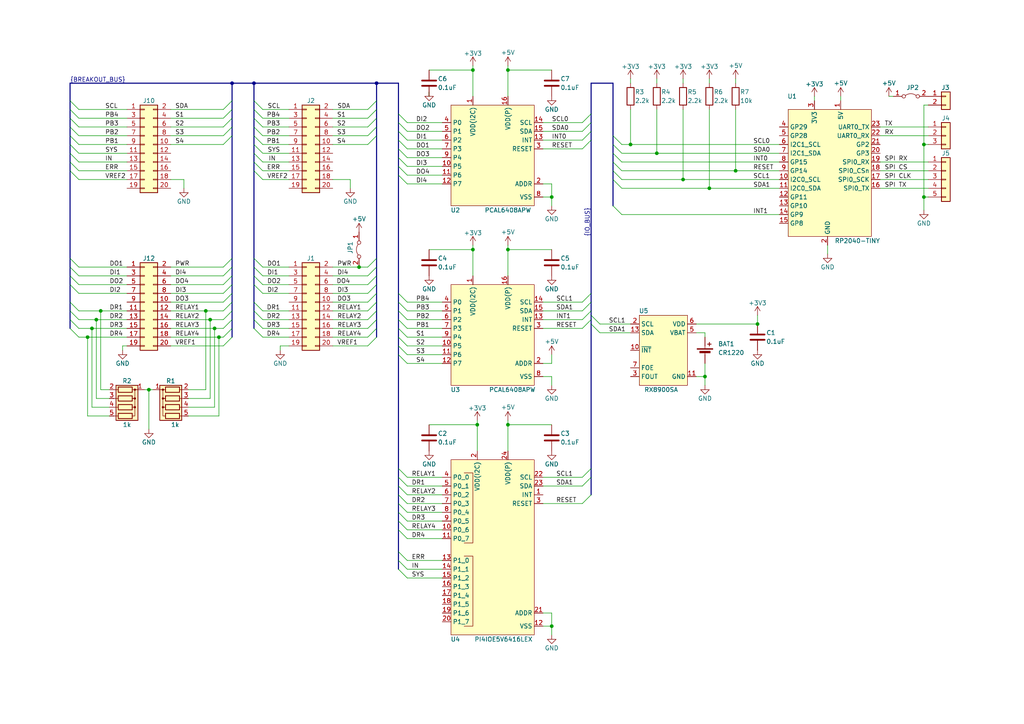
<source format=kicad_sch>
(kicad_sch (version 20230121) (generator eeschema)
  (paper "A4")
  (title_block (title "BREAKOUT BOARD") (rev "0.0"))
  (bus_alias "BREAKOUT_BUS" (members "DI1" "DO1" "DI2" "DO2" "DI3" "DO3" "DI4" "DO4" "RELAY1" "RELAY2" "RELAY3" "RELAY4" "DR1" "DR2" "DR3" "DR4" "PB1" "PB2" "PB3" "PB4" "S1" "S2" "S3" "S4" "SYS" "IN" "ERR" "VREF1" "VREF2" "PWR" "SCL" "SDA"))
  (bus_alias "IO_BUS" (members "SCL0" "SDA0" "INT0" "SCL1" "SDA1" "INT1" "RESET"))
  (junction (at 219.71 93.98))
  (junction (at 60.96 92.71))
  (junction (at 62.23 95.25))
  (junction (at 267.97 41.91))
  (junction (at 160.02 57.15))
  (junction (at 29.21 90.17))
  (junction (at 104.14 77.47))
  (junction (at 27.94 92.71))
  (junction (at 67.31 24.13))
  (junction (at 204.47 109.22))
  (junction (at 182.88 41.91))
  (junction (at 25.4 97.79))
  (junction (at 137.16 20.32))
  (junction (at 213.36 49.53))
  (junction (at 109.22 24.13))
  (junction (at 160.02 181.61))
  (junction (at 137.16 72.39))
  (junction (at 147.32 72.39))
  (junction (at 138.43 123.19))
  (junction (at 63.5 97.79))
  (junction (at 205.74 54.61))
  (junction (at 147.32 20.32))
  (junction (at 59.69 90.17))
  (junction (at 26.67 95.25))
  (junction (at 267.97 57.15))
  (junction (at 73.66 24.13))
  (junction (at 198.12 52.07))
  (junction (at 190.5 44.45))
  (junction (at 147.32 123.19))
  (junction (at 43.18 113.03))
  (bus_entry (at 177.8 46.99) (size 2.54 2.54))
  (bus_entry (at 171.45 33.02) (size -2.54 2.54))
  (bus_entry (at 73.66 92.71) (size 2.54 2.54))
  (bus_entry (at 73.66 31.75) (size 2.54 2.54))
  (bus_entry (at 73.66 95.25) (size 2.54 2.54))
  (bus_entry (at 115.57 162.56) (size 2.54 2.54))
  (bus_entry (at 171.45 38.1) (size -2.54 2.54))
  (bus_entry (at 115.57 151.13) (size 2.54 2.54))
  (bus_entry (at 67.31 97.79) (size -2.54 2.54))
  (bus_entry (at 20.32 49.53) (size 2.54 2.54))
  (bus_entry (at 115.57 85.09) (size 2.54 2.54))
  (bus_entry (at 67.31 77.47) (size -2.54 2.54))
  (bus_entry (at 171.45 143.51) (size -2.54 2.54))
  (bus_entry (at 73.66 29.21) (size 2.54 2.54))
  (bus_entry (at 109.22 82.55) (size -2.54 2.54))
  (bus_entry (at 73.66 80.01) (size 2.54 2.54))
  (bus_entry (at 115.57 40.64) (size 2.54 2.54))
  (bus_entry (at 73.66 49.53) (size 2.54 2.54))
  (bus_entry (at 115.57 143.51) (size 2.54 2.54))
  (bus_entry (at 171.45 135.89) (size -2.54 2.54))
  (bus_entry (at 109.22 39.37) (size -2.54 2.54))
  (bus_entry (at 109.22 74.93) (size -2.54 2.54))
  (bus_entry (at 20.32 39.37) (size 2.54 2.54))
  (bus_entry (at 109.22 90.17) (size -2.54 2.54))
  (bus_entry (at 20.32 44.45) (size 2.54 2.54))
  (bus_entry (at 20.32 80.01) (size 2.54 2.54))
  (bus_entry (at 177.8 44.45) (size 2.54 2.54))
  (bus_entry (at 67.31 34.29) (size -2.54 2.54))
  (bus_entry (at 20.32 95.25) (size 2.54 2.54))
  (bus_entry (at 115.57 43.18) (size 2.54 2.54))
  (bus_entry (at 67.31 92.71) (size -2.54 2.54))
  (bus_entry (at 73.66 74.93) (size 2.54 2.54))
  (bus_entry (at 109.22 34.29) (size -2.54 2.54))
  (bus_entry (at 115.57 45.72) (size 2.54 2.54))
  (bus_entry (at 115.57 160.02) (size 2.54 2.54))
  (bus_entry (at 171.45 93.98) (size 2.54 2.54))
  (bus_entry (at 177.8 49.53) (size 2.54 2.54))
  (bus_entry (at 67.31 95.25) (size -2.54 2.54))
  (bus_entry (at 73.66 39.37) (size 2.54 2.54))
  (bus_entry (at 20.32 77.47) (size 2.54 2.54))
  (bus_entry (at 67.31 74.93) (size -2.54 2.54))
  (bus_entry (at 109.22 95.25) (size -2.54 2.54))
  (bus_entry (at 73.66 34.29) (size 2.54 2.54))
  (bus_entry (at 73.66 41.91) (size 2.54 2.54))
  (bus_entry (at 73.66 77.47) (size 2.54 2.54))
  (bus_entry (at 115.57 90.17) (size 2.54 2.54))
  (bus_entry (at 115.57 148.59) (size 2.54 2.54))
  (bus_entry (at 171.45 85.09) (size -2.54 2.54))
  (bus_entry (at 67.31 39.37) (size -2.54 2.54))
  (bus_entry (at 73.66 90.17) (size 2.54 2.54))
  (bus_entry (at 20.32 41.91) (size 2.54 2.54))
  (bus_entry (at 20.32 82.55) (size 2.54 2.54))
  (bus_entry (at 67.31 29.21) (size -2.54 2.54))
  (bus_entry (at 109.22 92.71) (size -2.54 2.54))
  (bus_entry (at 115.57 48.26) (size 2.54 2.54))
  (bus_entry (at 115.57 35.56) (size 2.54 2.54))
  (bus_entry (at 115.57 146.05) (size 2.54 2.54))
  (bus_entry (at 109.22 80.01) (size -2.54 2.54))
  (bus_entry (at 20.32 31.75) (size 2.54 2.54))
  (bus_entry (at 171.45 35.56) (size -2.54 2.54))
  (bus_entry (at 73.66 87.63) (size 2.54 2.54))
  (bus_entry (at 109.22 97.79) (size -2.54 2.54))
  (bus_entry (at 115.57 165.1) (size 2.54 2.54))
  (bus_entry (at 115.57 33.02) (size 2.54 2.54))
  (bus_entry (at 171.45 40.64) (size -2.54 2.54))
  (bus_entry (at 67.31 80.01) (size -2.54 2.54))
  (bus_entry (at 171.45 90.17) (size -2.54 2.54))
  (bus_entry (at 67.31 87.63) (size -2.54 2.54))
  (bus_entry (at 177.8 59.69) (size 2.54 2.54))
  (bus_entry (at 115.57 87.63) (size 2.54 2.54))
  (bus_entry (at 109.22 87.63) (size -2.54 2.54))
  (bus_entry (at 115.57 100.33) (size 2.54 2.54))
  (bus_entry (at 109.22 77.47) (size -2.54 2.54))
  (bus_entry (at 67.31 31.75) (size -2.54 2.54))
  (bus_entry (at 177.8 39.37) (size 2.54 2.54))
  (bus_entry (at 109.22 36.83) (size -2.54 2.54))
  (bus_entry (at 73.66 46.99) (size 2.54 2.54))
  (bus_entry (at 115.57 102.87) (size 2.54 2.54))
  (bus_entry (at 73.66 82.55) (size 2.54 2.54))
  (bus_entry (at 171.45 138.43) (size -2.54 2.54))
  (bus_entry (at 67.31 90.17) (size -2.54 2.54))
  (bus_entry (at 171.45 91.44) (size 2.54 2.54))
  (bus_entry (at 20.32 90.17) (size 2.54 2.54))
  (bus_entry (at 20.32 36.83) (size 2.54 2.54))
  (bus_entry (at 115.57 97.79) (size 2.54 2.54))
  (bus_entry (at 115.57 92.71) (size 2.54 2.54))
  (bus_entry (at 20.32 29.21) (size 2.54 2.54))
  (bus_entry (at 115.57 135.89) (size 2.54 2.54))
  (bus_entry (at 67.31 85.09) (size -2.54 2.54))
  (bus_entry (at 171.45 92.71) (size -2.54 2.54))
  (bus_entry (at 115.57 138.43) (size 2.54 2.54))
  (bus_entry (at 20.32 46.99) (size 2.54 2.54))
  (bus_entry (at 109.22 31.75) (size -2.54 2.54))
  (bus_entry (at 171.45 87.63) (size -2.54 2.54))
  (bus_entry (at 109.22 85.09) (size -2.54 2.54))
  (bus_entry (at 73.66 36.83) (size 2.54 2.54))
  (bus_entry (at 67.31 36.83) (size -2.54 2.54))
  (bus_entry (at 67.31 82.55) (size -2.54 2.54))
  (bus_entry (at 20.32 87.63) (size 2.54 2.54))
  (bus_entry (at 115.57 38.1) (size 2.54 2.54))
  (bus_entry (at 20.32 74.93) (size 2.54 2.54))
  (bus_entry (at 177.8 41.91) (size 2.54 2.54))
  (bus_entry (at 115.57 50.8) (size 2.54 2.54))
  (bus_entry (at 115.57 95.25) (size 2.54 2.54))
  (bus_entry (at 109.22 29.21) (size -2.54 2.54))
  (bus_entry (at 177.8 52.07) (size 2.54 2.54))
  (bus_entry (at 73.66 44.45) (size 2.54 2.54))
  (bus_entry (at 20.32 34.29) (size 2.54 2.54))
  (bus_entry (at 20.32 92.71) (size 2.54 2.54))
  (bus_entry (at 115.57 140.97) (size 2.54 2.54))
  (bus_entry (at 115.57 153.67) (size 2.54 2.54))
  (wire (pts (xy 22.86 77.47) (xy 36.83 77.47)))
  (bus (pts (xy 20.32 77.47) (xy 20.32 80.01)))
  (bus (pts (xy 115.57 151.13) (xy 115.57 153.67)))
  (wire (pts (xy 219.71 93.98) (xy 219.71 91.44)))
  (wire (pts (xy 60.96 92.71) (xy 60.96 115.57)))
  (wire (pts (xy 49.53 82.55) (xy 64.77 82.55)))
  (wire (pts (xy 118.11 87.63) (xy 128.27 87.63)))
  (bus (pts (xy 20.32 92.71) (xy 20.32 95.25)))
  (wire (pts (xy 255.27 39.37) (xy 269.24 39.37)))
  (bus (pts (xy 67.31 24.13) (xy 67.31 29.21)))
  (bus (pts (xy 171.45 91.44) (xy 171.45 92.71)))
  (bus (pts (xy 109.22 90.17) (xy 109.22 92.71)))
  (wire (pts (xy 22.86 46.99) (xy 36.83 46.99)))
  (wire (pts (xy 118.11 162.56) (xy 128.27 162.56)))
  (bus (pts (xy 67.31 92.71) (xy 67.31 95.25)))
  (bus (pts (xy 171.45 24.13) (xy 171.45 33.02)))
  (wire (pts (xy 76.2 41.91) (xy 83.82 41.91)))
  (bus (pts (xy 73.66 87.63) (xy 73.66 90.17)))
  (wire (pts (xy 76.2 77.47) (xy 83.82 77.47)))
  (wire (pts (xy 22.86 92.71) (xy 27.94 92.71)))
  (bus (pts (xy 20.32 36.83) (xy 20.32 39.37)))
  (wire (pts (xy 118.11 143.51) (xy 128.27 143.51)))
  (bus (pts (xy 20.32 82.55) (xy 20.32 87.63)))
  (bus (pts (xy 171.45 85.09) (xy 171.45 87.63)))
  (wire (pts (xy 118.11 48.26) (xy 128.27 48.26)))
  (bus (pts (xy 73.66 95.25) (xy 73.66 92.71)))
  (wire (pts (xy 190.5 31.75) (xy 190.5 44.45)))
  (bus (pts (xy 115.57 92.71) (xy 115.57 95.25)))
  (bus (pts (xy 171.45 93.98) (xy 171.45 135.89)))
  (bus (pts (xy 115.57 143.51) (xy 115.57 146.05)))
  (bus (pts (xy 171.45 40.64) (xy 171.45 85.09)))
  (bus (pts (xy 115.57 87.63) (xy 115.57 90.17)))
  (wire (pts (xy 96.52 95.25) (xy 106.68 95.25)))
  (wire (pts (xy 83.82 31.75) (xy 76.2 31.75)))
  (bus (pts (xy 20.32 87.63) (xy 20.32 90.17)))
  (wire (pts (xy 180.34 52.07) (xy 198.12 52.07)))
  (bus (pts (xy 171.45 92.71) (xy 171.45 93.98)))
  (wire (pts (xy 180.34 46.99) (xy 226.06 46.99)))
  (wire (pts (xy 49.53 39.37) (xy 64.77 39.37)))
  (wire (pts (xy 22.86 34.29) (xy 36.83 34.29)))
  (wire (pts (xy 96.52 100.33) (xy 106.68 100.33)))
  (wire (pts (xy 22.86 31.75) (xy 36.83 31.75)))
  (bus (pts (xy 67.31 29.21) (xy 67.31 31.75)))
  (bus (pts (xy 115.57 138.43) (xy 115.57 140.97)))
  (wire (pts (xy 157.48 105.41) (xy 160.02 105.41)))
  (wire (pts (xy 118.11 156.21) (xy 128.27 156.21)))
  (bus (pts (xy 171.45 24.13) (xy 177.8 24.13)))
  (bus (pts (xy 67.31 95.25) (xy 67.31 97.79)))
  (wire (pts (xy 101.6 52.07) (xy 101.6 54.61)))
  (wire (pts (xy 49.53 92.71) (xy 60.96 92.71)))
  (wire (pts (xy 27.94 115.57) (xy 31.75 115.57)))
  (bus (pts (xy 67.31 80.01) (xy 67.31 82.55)))
  (wire (pts (xy 180.34 54.61) (xy 205.74 54.61)))
  (bus (pts (xy 115.57 24.13) (xy 115.57 33.02)))
  (wire (pts (xy 83.82 100.33) (xy 81.28 100.33)))
  (wire (pts (xy 118.11 35.56) (xy 128.27 35.56)))
  (wire (pts (xy 96.52 39.37) (xy 106.68 39.37)))
  (wire (pts (xy 22.86 49.53) (xy 36.83 49.53)))
  (wire (pts (xy 118.11 165.1) (xy 128.27 165.1)))
  (bus (pts (xy 171.45 38.1) (xy 171.45 40.64)))
  (bus (pts (xy 115.57 40.64) (xy 115.57 43.18)))
  (bus (pts (xy 177.8 44.45) (xy 177.8 46.99)))
  (bus (pts (xy 115.57 153.67) (xy 115.57 160.02)))
  (bus (pts (xy 73.66 82.55) (xy 73.66 87.63)))
  (wire (pts (xy 96.52 41.91) (xy 106.68 41.91)))
  (wire (pts (xy 49.53 77.47) (xy 64.77 77.47)))
  (bus (pts (xy 20.32 74.93) (xy 20.32 77.47)))
  (wire (pts (xy 182.88 22.86) (xy 182.88 24.13)))
  (bus (pts (xy 20.32 44.45) (xy 20.32 46.99)))
  (wire (pts (xy 267.97 30.48) (xy 269.24 30.48)))
  (wire (pts (xy 49.53 90.17) (xy 59.69 90.17)))
  (bus (pts (xy 73.66 34.29) (xy 73.66 36.83)))
  (bus (pts (xy 20.32 41.91) (xy 20.32 44.45)))
  (wire (pts (xy 27.94 92.71) (xy 36.83 92.71)))
  (bus (pts (xy 177.8 46.99) (xy 177.8 49.53)))
  (bus (pts (xy 115.57 135.89) (xy 115.57 138.43)))
  (bus (pts (xy 109.22 34.29) (xy 109.22 36.83)))
  (wire (pts (xy 104.14 77.47) (xy 106.68 77.47)))
  (wire (pts (xy 22.86 90.17) (xy 29.21 90.17)))
  (wire (pts (xy 35.56 100.33) (xy 35.56 101.6)))
  (wire (pts (xy 76.2 44.45) (xy 83.82 44.45)))
  (wire (pts (xy 76.2 92.71) (xy 83.82 92.71)))
  (wire (pts (xy 204.47 105.41) (xy 204.47 109.22)))
  (bus (pts (xy 115.57 102.87) (xy 115.57 135.89)))
  (wire (pts (xy 204.47 96.52) (xy 204.47 97.79)))
  (wire (pts (xy 96.52 97.79) (xy 106.68 97.79)))
  (wire (pts (xy 76.2 80.01) (xy 83.82 80.01)))
  (wire (pts (xy 201.93 93.98) (xy 219.71 93.98)))
  (wire (pts (xy 60.96 92.71) (xy 64.77 92.71)))
  (bus (pts (xy 73.66 36.83) (xy 73.66 39.37)))
  (wire (pts (xy 157.48 146.05) (xy 168.91 146.05)))
  (wire (pts (xy 22.86 80.01) (xy 36.83 80.01)))
  (wire (pts (xy 62.23 95.25) (xy 64.77 95.25)))
  (wire (pts (xy 269.24 41.91) (xy 267.97 41.91)))
  (wire (pts (xy 255.27 49.53) (xy 269.24 49.53)))
  (wire (pts (xy 118.11 38.1) (xy 128.27 38.1)))
  (wire (pts (xy 157.48 177.8) (xy 160.02 177.8)))
  (wire (pts (xy 49.53 31.75) (xy 64.77 31.75)))
  (bus (pts (xy 115.57 43.18) (xy 115.57 45.72)))
  (wire (pts (xy 63.5 97.79) (xy 64.77 97.79)))
  (wire (pts (xy 96.52 77.47) (xy 104.14 77.47)))
  (wire (pts (xy 201.93 109.22) (xy 204.47 109.22)))
  (wire (pts (xy 22.86 44.45) (xy 36.83 44.45)))
  (wire (pts (xy 255.27 46.99) (xy 269.24 46.99)))
  (bus (pts (xy 109.22 80.01) (xy 109.22 77.47)))
  (bus (pts (xy 109.22 85.09) (xy 109.22 82.55)))
  (wire (pts (xy 124.46 72.39) (xy 137.16 72.39)))
  (wire (pts (xy 63.5 97.79) (xy 63.5 120.65)))
  (wire (pts (xy 137.16 72.39) (xy 137.16 80.01)))
  (wire (pts (xy 190.5 22.86) (xy 190.5 24.13)))
  (bus (pts (xy 115.57 85.09) (xy 115.57 87.63)))
  (bus (pts (xy 67.31 36.83) (xy 67.31 39.37)))
  (wire (pts (xy 147.32 123.19) (xy 160.02 123.19)))
  (wire (pts (xy 76.2 82.55) (xy 83.82 82.55)))
  (wire (pts (xy 190.5 44.45) (xy 226.06 44.45)))
  (wire (pts (xy 25.4 120.65) (xy 31.75 120.65)))
  (bus (pts (xy 115.57 100.33) (xy 115.57 102.87)))
  (wire (pts (xy 137.16 20.32) (xy 137.16 19.05)))
  (wire (pts (xy 118.11 151.13) (xy 128.27 151.13)))
  (wire (pts (xy 137.16 20.32) (xy 137.16 27.94)))
  (wire (pts (xy 160.02 57.15) (xy 160.02 59.69)))
  (wire (pts (xy 96.52 82.55) (xy 106.68 82.55)))
  (wire (pts (xy 41.91 113.03) (xy 43.18 113.03)))
  (wire (pts (xy 255.27 36.83) (xy 269.24 36.83)))
  (wire (pts (xy 76.2 36.83) (xy 83.82 36.83)))
  (wire (pts (xy 49.53 97.79) (xy 63.5 97.79)))
  (bus (pts (xy 67.31 87.63) (xy 67.31 90.17)))
  (wire (pts (xy 54.61 115.57) (xy 60.96 115.57)))
  (bus (pts (xy 115.57 35.56) (xy 115.57 38.1)))
  (wire (pts (xy 29.21 90.17) (xy 29.21 113.03)))
  (wire (pts (xy 118.11 90.17) (xy 128.27 90.17)))
  (wire (pts (xy 124.46 20.32) (xy 137.16 20.32)))
  (wire (pts (xy 49.53 80.01) (xy 64.77 80.01)))
  (bus (pts (xy 73.66 46.99) (xy 73.66 49.53)))
  (wire (pts (xy 205.74 31.75) (xy 205.74 54.61)))
  (wire (pts (xy 236.22 27.94) (xy 236.22 29.21)))
  (wire (pts (xy 26.67 118.11) (xy 31.75 118.11)))
  (wire (pts (xy 96.52 36.83) (xy 106.68 36.83)))
  (wire (pts (xy 182.88 31.75) (xy 182.88 41.91)))
  (wire (pts (xy 180.34 44.45) (xy 190.5 44.45)))
  (wire (pts (xy 118.11 148.59) (xy 128.27 148.59)))
  (bus (pts (xy 20.32 29.21) (xy 20.32 31.75)))
  (wire (pts (xy 22.86 97.79) (xy 25.4 97.79)))
  (wire (pts (xy 157.48 57.15) (xy 160.02 57.15)))
  (bus (pts (xy 73.66 29.21) (xy 73.66 31.75)))
  (bus (pts (xy 109.22 87.63) (xy 109.22 85.09)))
  (wire (pts (xy 198.12 22.86) (xy 198.12 24.13)))
  (wire (pts (xy 173.99 93.98) (xy 182.88 93.98)))
  (bus (pts (xy 73.66 31.75) (xy 73.66 34.29)))
  (wire (pts (xy 35.56 100.33) (xy 36.83 100.33)))
  (bus (pts (xy 115.57 38.1) (xy 115.57 40.64)))
  (wire (pts (xy 157.48 87.63) (xy 168.91 87.63)))
  (bus (pts (xy 67.31 90.17) (xy 67.31 92.71)))
  (wire (pts (xy 118.11 95.25) (xy 128.27 95.25)))
  (wire (pts (xy 147.32 20.32) (xy 160.02 20.32)))
  (wire (pts (xy 118.11 153.67) (xy 128.27 153.67)))
  (wire (pts (xy 26.67 95.25) (xy 26.67 118.11)))
  (wire (pts (xy 76.2 90.17) (xy 83.82 90.17)))
  (bus (pts (xy 115.57 146.05) (xy 115.57 148.59)))
  (wire (pts (xy 147.32 123.19) (xy 147.32 130.81)))
  (wire (pts (xy 118.11 167.64) (xy 128.27 167.64)))
  (bus (pts (xy 171.45 87.63) (xy 171.45 90.17)))
  (bus (pts (xy 73.66 80.01) (xy 73.66 82.55)))
  (wire (pts (xy 182.88 41.91) (xy 226.06 41.91)))
  (bus (pts (xy 115.57 45.72) (xy 115.57 48.26)))
  (bus (pts (xy 115.57 48.26) (xy 115.57 50.8)))
  (bus (pts (xy 115.57 148.59) (xy 115.57 151.13)))
  (wire (pts (xy 118.11 40.64) (xy 128.27 40.64)))
  (wire (pts (xy 157.48 181.61) (xy 160.02 181.61)))
  (wire (pts (xy 147.32 71.12) (xy 147.32 72.39)))
  (wire (pts (xy 147.32 121.92) (xy 147.32 123.19)))
  (bus (pts (xy 20.32 80.01) (xy 20.32 82.55)))
  (wire (pts (xy 22.86 85.09) (xy 36.83 85.09)))
  (wire (pts (xy 180.34 41.91) (xy 182.88 41.91)))
  (bus (pts (xy 67.31 24.13) (xy 73.66 24.13)))
  (bus (pts (xy 115.57 50.8) (xy 115.57 85.09)))
  (bus (pts (xy 109.22 24.13) (xy 115.57 24.13)))
  (bus (pts (xy 67.31 77.47) (xy 67.31 80.01)))
  (wire (pts (xy 22.86 36.83) (xy 36.83 36.83)))
  (wire (pts (xy 267.97 57.15) (xy 267.97 60.96)))
  (wire (pts (xy 157.48 90.17) (xy 168.91 90.17)))
  (wire (pts (xy 205.74 22.86) (xy 205.74 24.13)))
  (wire (pts (xy 160.02 109.22) (xy 157.48 109.22)))
  (wire (pts (xy 160.02 177.8) (xy 160.02 181.61)))
  (wire (pts (xy 96.52 34.29) (xy 106.68 34.29)))
  (wire (pts (xy 96.52 85.09) (xy 106.68 85.09)))
  (bus (pts (xy 109.22 36.83) (xy 109.22 39.37)))
  (wire (pts (xy 118.11 105.41) (xy 128.27 105.41)))
  (wire (pts (xy 118.11 53.34) (xy 128.27 53.34)))
  (wire (pts (xy 118.11 138.43) (xy 128.27 138.43)))
  (wire (pts (xy 49.53 87.63) (xy 64.77 87.63)))
  (bus (pts (xy 109.22 74.93) (xy 109.22 77.47)))
  (wire (pts (xy 29.21 90.17) (xy 36.83 90.17)))
  (bus (pts (xy 73.66 77.47) (xy 73.66 80.01)))
  (wire (pts (xy 173.99 96.52) (xy 182.88 96.52)))
  (wire (pts (xy 96.52 80.01) (xy 106.68 80.01)))
  (wire (pts (xy 160.02 181.61) (xy 160.02 184.15)))
  (wire (pts (xy 138.43 123.19) (xy 138.43 130.81)))
  (bus (pts (xy 20.32 34.29) (xy 20.32 31.75)))
  (bus (pts (xy 115.57 162.56) (xy 115.57 165.1)))
  (bus (pts (xy 171.45 138.43) (xy 171.45 143.51)))
  (bus (pts (xy 171.45 90.17) (xy 171.45 91.44)))
  (wire (pts (xy 180.34 62.23) (xy 226.06 62.23)))
  (wire (pts (xy 43.18 113.03) (xy 43.18 124.46)))
  (wire (pts (xy 76.2 39.37) (xy 83.82 39.37)))
  (wire (pts (xy 158.75 248.92) (xy 161.29 248.92)))
  (bus (pts (xy 109.22 39.37) (xy 109.22 74.93)))
  (wire (pts (xy 27.94 92.71) (xy 27.94 115.57)))
  (bus (pts (xy 177.8 41.91) (xy 177.8 44.45)))
  (bus (pts (xy 171.45 135.89) (xy 171.45 138.43)))
  (wire (pts (xy 201.93 96.52) (xy 204.47 96.52)))
  (wire (pts (xy 54.61 118.11) (xy 62.23 118.11)))
  (wire (pts (xy 147.32 19.05) (xy 147.32 20.32)))
  (wire (pts (xy 269.24 57.15) (xy 267.97 57.15)))
  (wire (pts (xy 157.48 95.25) (xy 168.91 95.25)))
  (bus (pts (xy 67.31 34.29) (xy 67.31 36.83)))
  (bus (pts (xy 73.66 44.45) (xy 73.66 46.99)))
  (wire (pts (xy 157.48 35.56) (xy 168.91 35.56)))
  (wire (pts (xy 138.43 121.92) (xy 138.43 123.19)))
  (bus (pts (xy 20.32 90.17) (xy 20.32 92.71)))
  (bus (pts (xy 73.66 74.93) (xy 73.66 77.47)))
  (bus (pts (xy 20.32 49.53) (xy 20.32 74.93)))
  (wire (pts (xy 160.02 102.87) (xy 160.02 105.41)))
  (bus (pts (xy 115.57 33.02) (xy 115.57 35.56)))
  (wire (pts (xy 198.12 31.75) (xy 198.12 52.07)))
  (wire (pts (xy 96.52 31.75) (xy 106.68 31.75)))
  (wire (pts (xy 213.36 49.53) (xy 226.06 49.53)))
  (wire (pts (xy 157.48 40.64) (xy 168.91 40.64)))
  (bus (pts (xy 73.66 41.91) (xy 73.66 44.45)))
  (wire (pts (xy 81.28 100.33) (xy 81.28 101.6)))
  (wire (pts (xy 118.11 100.33) (xy 128.27 100.33)))
  (wire (pts (xy 157.48 38.1) (xy 168.91 38.1)))
  (wire (pts (xy 157.48 140.97) (xy 168.91 140.97)))
  (wire (pts (xy 59.69 90.17) (xy 64.77 90.17)))
  (wire (pts (xy 96.52 90.17) (xy 106.68 90.17)))
  (wire (pts (xy 76.2 34.29) (xy 83.82 34.29)))
  (bus (pts (xy 177.8 39.37) (xy 177.8 41.91)))
  (bus (pts (xy 20.32 36.83) (xy 20.32 34.29)))
  (wire (pts (xy 124.46 27.94) (xy 124.46 26.67)))
  (wire (pts (xy 160.02 111.76) (xy 160.02 109.22)))
  (wire (pts (xy 26.67 95.25) (xy 36.83 95.25)))
  (bus (pts (xy 109.22 82.55) (xy 109.22 80.01)))
  (wire (pts (xy 204.47 109.22) (xy 204.47 111.76)))
  (bus (pts (xy 109.22 31.75) (xy 109.22 34.29)))
  (wire (pts (xy 255.27 52.07) (xy 269.24 52.07)))
  (wire (pts (xy 53.34 52.07) (xy 53.34 54.61)))
  (wire (pts (xy 213.36 31.75) (xy 213.36 49.53)))
  (bus (pts (xy 67.31 74.93) (xy 67.31 77.47)))
  (wire (pts (xy 240.03 71.12) (xy 240.03 73.66)))
  (bus (pts (xy 109.22 95.25) (xy 109.22 97.79)))
  (wire (pts (xy 22.86 52.07) (xy 36.83 52.07)))
  (wire (pts (xy 96.52 92.71) (xy 106.68 92.71)))
  (wire (pts (xy 180.34 49.53) (xy 213.36 49.53)))
  (wire (pts (xy 118.11 50.8) (xy 128.27 50.8)))
  (wire (pts (xy 259.08 27.94) (xy 257.81 27.94)))
  (wire (pts (xy 49.53 41.91) (xy 64.77 41.91)))
  (bus (pts (xy 115.57 97.79) (xy 115.57 100.33)))
  (wire (pts (xy 43.18 113.03) (xy 44.45 113.03)))
  (bus (pts (xy 115.57 95.25) (xy 115.57 97.79)))
  (wire (pts (xy 205.74 54.61) (xy 226.06 54.61)))
  (wire (pts (xy 49.53 34.29) (xy 64.77 34.29)))
  (bus (pts (xy 177.8 24.13) (xy 177.8 39.37)))
  (wire (pts (xy 157.48 92.71) (xy 168.91 92.71)))
  (bus (pts (xy 177.8 49.53) (xy 177.8 52.07)))
  (wire (pts (xy 76.2 85.09) (xy 83.82 85.09)))
  (wire (pts (xy 213.36 22.86) (xy 213.36 24.13)))
  (wire (pts (xy 267.97 30.48) (xy 267.97 41.91)))
  (wire (pts (xy 76.2 52.07) (xy 83.82 52.07)))
  (wire (pts (xy 76.2 49.53) (xy 83.82 49.53)))
  (wire (pts (xy 255.27 54.61) (xy 269.24 54.61)))
  (bus (pts (xy 109.22 29.21) (xy 109.22 31.75)))
  (wire (pts (xy 96.52 52.07) (xy 101.6 52.07)))
  (wire (pts (xy 147.32 72.39) (xy 147.32 80.01)))
  (wire (pts (xy 118.11 43.18) (xy 128.27 43.18)))
  (wire (pts (xy 25.4 97.79) (xy 25.4 120.65)))
  (bus (pts (xy 73.66 24.13) (xy 109.22 24.13)))
  (wire (pts (xy 161.29 248.92) (xy 161.29 251.46)))
  (wire (pts (xy 25.4 97.79) (xy 36.83 97.79)))
  (wire (pts (xy 118.11 146.05) (xy 128.27 146.05)))
  (wire (pts (xy 267.97 41.91) (xy 267.97 57.15)))
  (bus (pts (xy 73.66 49.53) (xy 73.66 74.93)))
  (bus (pts (xy 67.31 85.09) (xy 67.31 87.63)))
  (wire (pts (xy 118.11 97.79) (xy 128.27 97.79)))
  (bus (pts (xy 177.8 52.07) (xy 177.8 59.69)))
  (wire (pts (xy 49.53 95.25) (xy 62.23 95.25)))
  (wire (pts (xy 96.52 87.63) (xy 106.68 87.63)))
  (bus (pts (xy 109.22 87.63) (xy 109.22 90.17)))
  (wire (pts (xy 157.48 43.18) (xy 168.91 43.18)))
  (wire (pts (xy 22.86 41.91) (xy 36.83 41.91)))
  (bus (pts (xy 20.32 24.13) (xy 67.31 24.13)))
  (bus (pts (xy 171.45 33.02) (xy 171.45 35.56)))
  (bus (pts (xy 115.57 140.97) (xy 115.57 143.51)))
  (wire (pts (xy 124.46 123.19) (xy 138.43 123.19)))
  (bus (pts (xy 20.32 46.99) (xy 20.32 49.53)))
  (wire (pts (xy 29.21 113.03) (xy 31.75 113.03)))
  (wire (pts (xy 160.02 72.39) (xy 147.32 72.39)))
  (bus (pts (xy 115.57 90.17) (xy 115.57 92.71)))
  (bus (pts (xy 109.22 92.71) (xy 109.22 95.25)))
  (wire (pts (xy 62.23 95.25) (xy 62.23 118.11)))
  (wire (pts (xy 54.61 113.03) (xy 59.69 113.03)))
  (wire (pts (xy 49.53 52.07) (xy 53.34 52.07)))
  (wire (pts (xy 198.12 52.07) (xy 226.06 52.07)))
  (bus (pts (xy 171.45 35.56) (xy 171.45 38.1)))
  (bus (pts (xy 67.31 82.55) (xy 67.31 85.09)))
  (bus (pts (xy 20.32 29.21) (xy 20.32 24.13)))
  (bus (pts (xy 73.66 24.13) (xy 73.66 29.21)))
  (wire (pts (xy 59.69 90.17) (xy 59.69 113.03)))
  (wire (pts (xy 49.53 100.33) (xy 64.77 100.33)))
  (bus (pts (xy 73.66 39.37) (xy 73.66 41.91)))
  (wire (pts (xy 157.48 138.43) (xy 168.91 138.43)))
  (wire (pts (xy 160.02 53.34) (xy 160.02 57.15)))
  (wire (pts (xy 147.32 20.32) (xy 147.32 27.94)))
  (wire (pts (xy 157.48 53.34) (xy 160.02 53.34)))
  (bus (pts (xy 67.31 39.37) (xy 67.31 74.93)))
  (bus (pts (xy 73.66 90.17) (xy 73.66 92.71)))
  (wire (pts (xy 137.16 71.12) (xy 137.16 72.39)))
  (wire (pts (xy 118.11 140.97) (xy 128.27 140.97)))
  (bus (pts (xy 109.22 24.13) (xy 109.22 29.21)))
  (wire (pts (xy 49.53 85.09) (xy 64.77 85.09)))
  (wire (pts (xy 22.86 39.37) (xy 36.83 39.37)))
  (wire (pts (xy 22.86 95.25) (xy 26.67 95.25)))
  (bus (pts (xy 115.57 160.02) (xy 115.57 162.56)))
  (wire (pts (xy 118.11 92.71) (xy 128.27 92.71)))
  (wire (pts (xy 243.84 27.94) (xy 243.84 29.21)))
  (wire (pts (xy 49.53 36.83) (xy 64.77 36.83)))
  (wire (pts (xy 54.61 120.65) (xy 63.5 120.65)))
  (wire (pts (xy 76.2 46.99) (xy 83.82 46.99)))
  (bus (pts (xy 67.31 34.29) (xy 67.31 31.75)))
  (wire (pts (xy 76.2 97.79) (xy 83.82 97.79)))
  (bus (pts (xy 20.32 39.37) (xy 20.32 41.91)))
  (wire (pts (xy 118.11 102.87) (xy 128.27 102.87)))
  (wire (pts (xy 22.86 82.55) (xy 36.83 82.55)))
  (wire (pts (xy 76.2 95.25) (xy 83.82 95.25)))
  (wire (pts (xy 118.11 45.72) (xy 128.27 45.72)))
  (label "DI1" (at 31.75 80.01 0))
  (label "SCL0" (at 160.02 35.56 0))
  (label "SPI RX" (at 256.54 46.99 0))
  (label "PB4" (at 81.28 34.29 180))
  (label "IN" (at 80.01 46.99 180))
  (label "INT1" (at 161.29 92.71 0))
  (label "VREF2" (at 30.48 52.07 0))
  (label "DI1" (at 120.65 40.64 0))
  (label "SDA0" (at 160.02 38.1 0))
  (label "DR4" (at 81.28 97.79 180))
  (label "PB3" (at 30.48 36.83 0))
  (label "RELAY3" (at 119.38 148.59 0))
  (label "DR2" (at 31.75 92.71 0))
  (label "DO2" (at 120.65 38.1 0))
  (label "DR3" (at 119.38 151.13 0))
  (label "TX" (at 256.54 36.83 0))
  (label "INT0" (at 218.44 46.99 0))
  (label "PB4" (at 120.65 87.63 0))
  (label "S3" (at 50.8 39.37 0))
  (label "SDA1" (at 176.53 96.52 0))
  (label "ERR" (at 30.48 49.53 0))
  (label "INT0" (at 160.02 40.64 0))
  (label "DI4" (at 50.8 80.01 0))
  (label "DI4" (at 97.79 80.01 0))
  (label "RELAY4" (at 97.79 97.79 0))
  (label "DO1" (at 31.75 77.47 0))
  (label "PB2" (at 120.65 92.71 0))
  (label "RELAY4" (at 50.8 97.79 0))
  (label "IN" (at 119.38 165.1 0))
  (label "DR1" (at 81.28 90.17 180))
  (label "S1" (at 50.8 34.29 0))
  (label "RELAY1" (at 97.79 90.17 0))
  (label "S4" (at 120.65 105.41 0))
  (label "DO4" (at 50.8 82.55 0))
  (label "RESET" (at 218.44 49.53 0))
  (label "SDA" (at 50.8 31.75 0))
  (label "INT1" (at 218.44 62.23 0))
  (label "VREF2" (at 77.47 52.07 0))
  (label "DO3" (at 50.8 87.63 0))
  (label "DR3" (at 81.28 95.25 180))
  (label "S3" (at 120.65 102.87 0))
  (label "{BREAKOUT_BUS}" (at 20.32 24.13 0) (effects (font (size 1.25 1.25))))
  (label "SCL1" (at 161.29 138.43 0))
  (label "S2" (at 50.8 36.83 0))
  (label "PB4" (at 30.48 34.29 0))
  (label "RELAY3" (at 97.79 95.25 0))
  (label "SDA" (at 101.6 31.75 180))
  (label "RELAY2" (at 119.38 143.51 0))
  (label "DO4" (at 101.6 82.55 180))
  (label "DO1" (at 120.65 43.18 0))
  (label "DO2" (at 77.47 82.55 0))
  (label "SDA0" (at 218.44 44.45 0))
  (label "SPI CS" (at 256.54 49.53 0))
  (label "DI3" (at 50.8 85.09 0))
  (label "PB2" (at 30.48 39.37 0))
  (label "SCL0" (at 218.44 41.91 0))
  (label "PB3" (at 120.65 90.17 0))
  (label "SYS" (at 81.28 44.45 180))
  (label "DR2" (at 119.38 146.05 0))
  (label "DI4" (at 120.65 53.34 0))
  (label "SDA1" (at 161.29 90.17 0))
  (label "DI2" (at 120.65 35.56 0))
  (label "SDA1" (at 161.29 140.97 0))
  (label "IN" (at 30.48 46.99 0))
  (label "RESET" (at 161.29 95.25 0))
  (label "S2" (at 120.65 100.33 0))
  (label "SCL1" (at 176.53 93.98 0))
  (label "PB1" (at 120.65 95.25 0))
  (label "SCL1" (at 218.44 52.07 0))
  (label "RELAY3" (at 50.8 95.25 0))
  (label "DI1" (at 77.47 80.01 0))
  (label "DR1" (at 31.75 90.17 0))
  (label "DR1" (at 119.38 140.97 0))
  (label "S4" (at 100.33 41.91 180))
  (label "S1" (at 120.65 97.79 0))
  (label "S2" (at 100.33 36.83 180))
  (label "SYS" (at 119.38 167.64 0))
  (label "PWR" (at 50.8 77.47 0))
  (label "S1" (at 100.33 34.29 180))
  (label "DR4" (at 119.38 156.21 0))
  (label "{IO_BUS}" (at 171.45 68.58 90) (effects (font (size 1.25 1.25))))
  (label "PB1" (at 30.48 41.91 0))
  (label "SPI CLK" (at 256.54 52.07 0))
  (label "DI2" (at 31.75 85.09 0))
  (label "DR2" (at 81.28 92.71 180))
  (label "VREF1" (at 50.8 100.33 0))
  (label "PB1" (at 81.28 41.91 180))
  (label "RELAY2" (at 50.8 92.71 0))
  (label "RESET" (at 160.02 43.18 0))
  (label "PB3" (at 81.28 36.83 180))
  (label "DI3" (at 120.65 48.26 0))
  (label "DO3" (at 97.79 87.63 0))
  (label "SCL1" (at 161.29 87.63 0))
  (label "SCL" (at 30.48 31.75 0))
  (label "S3" (at 100.33 39.37 180))
  (label "RELAY4" (at 119.38 153.67 0))
  (label "SYS" (at 30.48 44.45 0))
  (label "DO3" (at 120.65 45.72 0))
  (label "RELAY2" (at 97.79 92.71 0))
  (label "RESET" (at 161.29 146.05 0))
  (label "RX" (at 256.54 39.37 0))
  (label "RELAY1" (at 119.38 138.43 0))
  (label "DR4" (at 31.75 97.79 0))
  (label "SPI TX" (at 256.54 54.61 0))
  (label "DO1" (at 77.47 77.47 0))
  (label "DO4" (at 120.65 50.8 0))
  (label "RELAY1" (at 50.8 90.17 0))
  (label "PWR" (at 97.79 77.47 0))
  (label "ERR" (at 119.38 162.56 0))
  (label "DI3" (at 97.79 85.09 0))
  (label "PB2" (at 81.28 39.37 180))
  (label "ERR" (at 81.28 49.53 180))
  (label "SCL" (at 81.28 31.75 180))
  (label "DR3" (at 31.75 95.25 0))
  (label "DI2" (at 77.47 85.09 0))
  (label "DO2" (at 31.75 82.55 0))
  (label "VREF1" (at 97.79 100.33 0))
  (label "S4" (at 50.8 41.91 0))
  (label "SDA1" (at 218.44 54.61 0))
  (symbol (lib_id "Connector_Generic:Conn_01x05") (at 274.32 52.07 0) (unit 1)
    (property "Reference" "J5" (at 274.32 44.45 0))
    (property "Value" "Conn_01x05_Pin" (effects hide))
    (property "Footprint" "Connector_Molex:Molex_SPOX_5267-05A_1x05_P2.50mm_Vertical" (effects hide))
  )
  (symbol (lib_id "power:+3V3") (at 236.22 27.94 0) (unit 1)
    (property "Reference" "#PWR015" (effects hide))
    (property "Value" "+3V3" (at 236.22 24.384 0))
  )
  (symbol (lib_id "Device:C") (at 160.02 24.13 0) (unit 1)
    (property "Reference" "C7" (at 162.56 22.86 0) (effects (justify left)))
    (property "Value" "0.1uF" (at 162.56 25.4 0) (effects (justify left)))
    (property "Footprint" "Capacitor_SMD:C_0805_2012Metric_Pad1.18x1.45mm_HandSolder" (effects hide))
  )
  (symbol (lib_id "Connector_Generic:Conn_02x10_Odd_Even") (at 41.91 87.63 0) (unit 1)
    (property "Reference" "J12" (at 43.18 74.93 0))
    (property "Value" "Conn_02x10_Odd_Even" (effects hide))
    (property "Footprint" "Connector_PinSocket_2.00mm:PinSocket_2x10_P2.00mm_Vertical" (effects hide))
  )
  (symbol (lib_id "Jumper:Jumper_2_Bridged") (at 264.16 27.94 0) (unit 1)
    (property "Reference" "JP2" (at 262.89 25.4 0) (effects (justify left)))
    (property "Value" "Jumper_2_Bridged" (effects hide))
    (property "Footprint" "Connector_PinHeader_2.54mm:PinHeader_1x02_P2.54mm_Vertical" (effects hide))
  )
  (symbol (lib_id "Connector_Generic:Conn_01x03") (at 274.32 39.37 0) (unit 1)
    (property "Reference" "J4" (at 274.32 34.29 0))
    (property "Value" "Conn_01x03_Pin" (effects hide))
    (property "Footprint" "Connector_Molex:Molex_SPOX_5267-03A_1x03_P2.50mm_Vertical" (effects hide))
  )
  (symbol (lib_id "uhppoted:PI4IOE5V6416LEX") (at 143.51 160.02 0) (mirror y) (unit 1)
    (property "Reference" "U4" (at 132.08 185.42 0))
    (property "Value" "PI4IOE5V6416LEX" (at 146.05 185.42 0))
    (property "Footprint" "Package_SO:TSSOP-24_4.4x7.8mm_P0.65mm" (effects hide))
  )
  (symbol (lib_id "power:+5V") (at 257.81 27.94 0) (unit 1)
    (property "Reference" "#PWR024" (effects hide))
    (property "Value" "+5V" (at 257.81 24.13 0))
  )
  (symbol (lib_id "Connector_Generic:Conn_02x10_Odd_Even") (at 41.91 41.91 0) (unit 1)
    (property "Reference" "J10" (at 43.18 29.21 0))
    (property "Value" "Conn_02x10_Odd_Even" (effects hide))
    (property "Footprint" "Connector_PinSocket_2.00mm:PinSocket_2x10_P2.00mm_Vertical" (effects hide))
  )
  (symbol (lib_id "power:+5V") (at 147.32 19.05 0) (unit 1)
    (property "Reference" "#PWR025" (effects hide))
    (property "Value" "+5V" (at 147.32 15.24 0))
  )
  (symbol (lib_id "power:GND") (at 124.46 26.67 0) (unit 1)
    (property "Reference" "#PWR034" (effects hide))
    (property "Value" "GND" (at 124.46 30.48 0))
  )
  (symbol (lib_id "Device:C") (at 124.46 76.2 0) (unit 1)
    (property "Reference" "C4" (at 127 74.93 0) (effects (justify left)))
    (property "Value" "0.1uF" (at 127 77.47 0) (effects (justify left)))
    (property "Footprint" "Capacitor_SMD:C_0805_2012Metric_Pad1.18x1.45mm_HandSolder" (effects hide))
  )
  (symbol (lib_id "power:GND") (at 43.18 124.46 0) (unit 1)
    (property "Reference" "#PWR026" (effects hide))
    (property "Value" "GND" (at 43.18 128.27 0))
  )
  (symbol (lib_id "power:GND") (at 53.34 54.61 0) (unit 1)
    (property "Reference" "#PWR03" (effects hide))
    (property "Value" "GND" (at 53.34 58.42 0))
  )
  (symbol (lib_id "power:+3V3") (at 137.16 19.05 0) (unit 1)
    (property "Reference" "#PWR027" (effects hide))
    (property "Value" "+3V3" (at 137.16 15.494 0))
  )
  (symbol (lib_id "Jumper:Jumper_2_Bridged") (at 104.14 72.39 90) (mirror x) (unit 1)
    (property "Reference" "JP1" (at 101.6 73.66 0) (effects (justify right)))
    (property "Value" "Jumper_2_Bridged" (effects hide))
    (property "Footprint" "Connector_PinHeader_2.54mm:PinHeader_1x02_P2.54mm_Vertical" (effects hide))
  )
  (symbol (lib_id "Device:R") (at 213.36 27.94 0) (unit 1)
    (property "Reference" "R7" (at 214.63 26.67 0) (effects (justify left)))
    (property "Value" "10k" (at 214.63 29.21 0) (effects (justify left)))
    (property "Footprint" "Resistor_THT:R_Axial_DIN0207_L6.3mm_D2.5mm_P10.16mm_Horizontal" (effects hide))
  )
  (symbol (lib_id "Device:C") (at 160.02 127 0) (unit 1)
    (property "Reference" "C3" (at 162.56 125.73 0) (effects (justify left)))
    (property "Value" "0.1uF" (at 162.56 128.27 0) (effects (justify left)))
    (property "Footprint" "Capacitor_SMD:C_0805_2012Metric_Pad1.18x1.45mm_HandSolder" (effects hide))
  )
  (symbol (lib_id "power:+5V") (at 213.36 22.86 0) (unit 1)
    (property "Reference" "#PWR014" (effects hide))
    (property "Value" "+5V" (at 213.36 19.05 0))
  )
  (symbol (lib_id "power:+5V") (at 147.32 71.12 0) (unit 1)
    (property "Reference" "#PWR029" (effects hide))
    (property "Value" "+5V" (at 147.32 67.31 0))
  )
  (symbol (lib_id "power:GND") (at 160.02 59.69 0) (unit 1)
    (property "Reference" "#PWR028" (effects hide))
    (property "Value" "GND" (at 160.02 63.5 0))
  )
  (symbol (lib_id "power:+3V3") (at 198.12 22.86 0) (unit 1)
    (property "Reference" "#PWR022" (effects hide))
    (property "Value" "+3V3" (at 198.12 19.304 0))
  )
  (symbol (lib_id "Connector_Generic:Conn_02x10_Odd_Even") (at 88.9 87.63 0) (unit 1)
    (property "Reference" "J1" (at 90.17 74.93 0))
    (property "Value" "Conn_02x10_Odd_Even" (effects hide))
    (property "Footprint" "Connector_PinHeader_2.54mm:PinHeader_2x10_P2.54mm_Vertical" (effects hide))
  )
  (symbol (lib_id "Device:R") (at 190.5 27.94 0) (unit 1)
    (property "Reference" "R4" (at 191.77 26.67 0) (effects (justify left)))
    (property "Value" "2.2k" (at 191.77 29.21 0) (effects (justify left)))
    (property "Footprint" "Resistor_THT:R_Axial_DIN0207_L6.3mm_D2.5mm_P10.16mm_Horizontal" (effects hide))
  )
  (symbol (lib_id "Connector_Generic:Conn_01x02") (at 274.32 27.94 0) (unit 1)
    (property "Reference" "J3" (at 273.05 25.4 0) (effects (justify left)))
    (property "Value" "Conn_01x02" (effects hide))
    (property "Footprint" "Connector_Molex:Molex_SPOX_5267-02A_1x02_P2.50mm_Vertical" (effects hide))
  )
  (symbol (lib_id "power:GND") (at 81.28 101.6 0) (unit 1)
    (property "Reference" "#PWR02" (effects hide))
    (property "Value" "GND" (at 81.28 105.41 0))
  )
  (symbol (lib_id "power:GND") (at 160.02 111.76 0) (unit 1)
    (property "Reference" "#PWR031" (effects hide))
    (property "Value" "GND" (at 160.02 115.57 0))
  )
  (symbol (lib_id "power:GND") (at 204.47 111.76 0) (unit 1)
    (property "Reference" "#PWR018" (effects hide))
    (property "Value" "GND" (at 204.47 115.57 0))
  )
  (symbol (lib_id "power:+5V") (at 160.02 102.87 0) (unit 1)
    (property "Reference" "#PWR036" (effects hide))
    (property "Value" "+5V" (at 160.02 99.06 0))
  )
  (symbol (lib_id "power:+3V3") (at 205.74 22.86 0) (unit 1)
    (property "Reference" "#PWR023" (effects hide))
    (property "Value" "+3V3" (at 205.74 19.304 0))
  )
  (symbol (lib_id "power:GND") (at 160.02 80.01 0) (unit 1)
    (property "Reference" "#PWR032" (effects hide))
    (property "Value" "GND" (at 160.02 83.82 0))
  )
  (symbol (lib_id "Device:R_Network04") (at 36.83 118.11 270) (unit 1)
    (property "Reference" "R2" (at 36.83 110.49 90))
    (property "Value" "1k" (at 36.83 123.19 90))
    (property "Footprint" "Resistor_THT:R_Array_SIP5" (effects hide))
    (property "Datasheet" "http://www.vishay.com/docs/31509/csc.pdf" (effects hide))
  )
  (symbol (lib_id "power:GND") (at 160.02 130.81 0) (unit 1)
    (property "Reference" "#PWR020" (effects hide))
    (property "Value" "GND" (at 160.02 134.62 0))
  )
  (symbol (lib_id "Connector_Generic:Conn_02x10_Odd_Even") (at 88.9 41.91 0) (unit 1)
    (property "Reference" "J2" (at 90.17 29.21 0))
    (property "Value" "Conn_02x10_Odd_Even" (effects hide))
    (property "Footprint" "Connector_PinHeader_2.54mm:PinHeader_2x10_P2.54mm_Vertical" (effects hide))
  )
  (symbol (lib_id "Device:R_Network04") (at 49.53 118.11 90) (mirror x) (unit 1)
    (property "Reference" "R1" (at 49.53 110.49 90))
    (property "Value" "1k" (at 50.8 123.19 90))
    (property "Footprint" "Resistor_THT:R_Array_SIP5" (effects hide))
    (property "Datasheet" "http://www.vishay.com/docs/31509/csc.pdf" (effects hide))
  )
  (symbol (lib_id "power:+3V3") (at 138.43 121.92 0) (unit 1)
    (property "Reference" "#PWR011" (effects hide))
    (property "Value" "+3V3" (at 138.43 118.364 0))
  )
  (symbol (lib_id "uhppoted:RP2040-TINY") (at 240.03 50.8 0) (mirror y) (unit 1)
    (property "Reference" "U1" (at 231.14 27.94 0) (effects (justify left)))
    (property "Value" "RP2040-TINY" (at 255.27 69.85 0) (effects (justify left)))
    (property "Footprint" "uhppoted:RP2040-TINY" (effects hide))
    (pin "19" (alternate "SPI0 RX"))
    (pin "17" (alternate "SPI0 SCK"))
    (pin "23" (alternate "UART0 TX"))
    (pin "11" (alternate "I2C0 SDA"))
    (pin "10" (alternate "I2C0 SCL"))
    (pin "16" (alternate "SPI0 TX"))
    (pin "18" (alternate "SPI0 CSn"))
    (pin "6" (alternate "I2C1 SCL"))
    (pin "7" (alternate "I2C1 SDA"))
    (pin "22" (alternate "UART0 RX"))
  )
  (symbol (lib_id "Device:R") (at 182.88 27.94 0) (unit 1)
    (property "Reference" "R3" (at 184.15 26.67 0) (effects (justify left)))
    (property "Value" "2.2k" (at 184.15 29.21 0) (effects (justify left)))
    (property "Footprint" "Resistor_THT:R_Axial_DIN0207_L6.3mm_D2.5mm_P10.16mm_Horizontal" (effects hide))
  )
  (symbol (lib_id "power:+3V3") (at 182.88 22.86 0) (unit 1)
    (property "Reference" "#PWR017" (effects hide))
    (property "Value" "+3V3" (at 182.88 19.304 0))
  )
  (symbol (lib_id "uhppoted:CR1220") (at 204.47 102.87 0) (unit 1)
    (property "Reference" "BAT1" (at 208.28 99.7585 0) (effects (justify left)))
    (property "Value" "CR1220" (at 208.28 102.2985 0) (effects (justify left)))
    (property "Footprint" "Battery:BatteryHolder_Keystone_3000_1x12mm" (effects hide))
  )
  (symbol (lib_id "power:GND") (at 101.6 54.61 0) (unit 1)
    (property "Reference" "#PWR04" (effects hide))
    (property "Value" "GND" (at 101.6 58.42 0))
  )
  (symbol (lib_name "PCAL6408APW_1") (lib_id "uhppoted:PCAL6408APW") (at 142.24 57.15 0) (mirror y) (unit 1)
    (property "Reference" "U2" (at 132.08 60.96 0))
    (property "Value" "PCAL6408APW" (at 147.32 60.96 0))
    (property "Footprint" "Package_SO:TSSOP-16_4.4x5mm_P0.65mm" (effects hide))
  )
  (symbol (lib_id "Device:C") (at 124.46 24.13 0) (unit 1)
    (property "Reference" "C6" (at 127 22.86 0) (effects (justify left)))
    (property "Value" "0.1uF" (at 127 25.4 0) (effects (justify left)))
    (property "Footprint" "Capacitor_SMD:C_0805_2012Metric_Pad1.18x1.45mm_HandSolder" (effects hide))
  )
  (symbol (lib_id "Device:R") (at 205.74 27.94 0) (unit 1)
    (property "Reference" "R6" (at 207.01 26.67 0) (effects (justify left)))
    (property "Value" "2.2k" (at 207.01 29.21 0) (effects (justify left)))
    (property "Footprint" "Resistor_THT:R_Axial_DIN0207_L6.3mm_D2.5mm_P10.16mm_Horizontal" (effects hide))
  )
  (symbol (lib_id "uhppoted:PCAL6408APW") (at 142.24 109.22 0) (mirror y) (unit 1)
    (property "Reference" "U3" (at 132.08 113.03 0))
    (property "Value" "PCAL6408APW" (at 148.59 113.03 0))
    (property "Footprint" "Package_SO:TSSOP-16_4.4x5mm_P0.65mm" (effects hide))
  )
  (symbol (lib_id "power:GND") (at 240.03 73.66 0) (unit 1)
    (property "Reference" "#PWR012" (effects hide))
    (property "Value" "GND" (at 240.03 77.47 0))
  )
  (symbol (lib_id "Device:C") (at 124.46 127 0) (unit 1)
    (property "Reference" "C2" (at 127 125.73 0) (effects (justify left)))
    (property "Value" "0.1uF" (at 127 128.27 0) (effects (justify left)))
    (property "Footprint" "Capacitor_SMD:C_0805_2012Metric_Pad1.18x1.45mm_HandSolder" (effects hide))
  )
  (symbol (lib_id "power:GND") (at 160.02 27.94 0) (unit 1)
    (property "Reference" "#PWR035" (effects hide))
    (property "Value" "GND" (at 160.02 31.75 0))
  )
  (symbol (lib_id "power:+5V") (at 243.84 27.94 0) (unit 1)
    (property "Reference" "#PWR013" (effects hide))
    (property "Value" "+5V" (at 243.84 24.13 0))
  )
  (symbol (lib_id "power:GND") (at 267.97 60.96 0) (mirror y) (unit 1)
    (property "Reference" "#PWR019" (effects hide))
    (property "Value" "GND" (at 267.97 64.77 0))
  )
  (symbol (lib_id "power:+3V3") (at 190.5 22.86 0) (unit 1)
    (property "Reference" "#PWR016" (effects hide))
    (property "Value" "+3V3" (at 190.5 19.304 0))
  )
  (symbol (lib_id "uhppoted:RX8900SA") (at 191.77 88.9 0) (unit 1)
    (property "Reference" "U5" (at 186.69 90.17 0))
    (property "Value" "RX8900SA" (at 191.77 113.03 0))
    (property "Footprint" "uhppoted:RX8900SA" (effects hide))
  )
  (symbol (lib_id "Device:R") (at 198.12 27.94 0) (unit 1)
    (property "Reference" "R5" (at 199.39 26.67 0) (effects (justify left)))
    (property "Value" "2.2k" (at 199.39 29.21 0) (effects (justify left)))
    (property "Footprint" "Resistor_THT:R_Axial_DIN0207_L6.3mm_D2.5mm_P10.16mm_Horizontal" (effects hide))
  )
  (symbol (lib_id "power:GND") (at 124.46 130.81 0) (unit 1)
    (property "Reference" "#PWR09" (effects hide))
    (property "Value" "GND" (at 124.46 134.62 0))
  )
  (symbol (lib_id "power:+5V") (at 104.14 67.31 0) (unit 1)
    (property "Reference" "#PWR06" (effects hide))
    (property "Value" "+5V" (at 104.14 63.5 0))
  )
  (symbol (lib_id "power:GND") (at 160.02 184.15 0) (unit 1)
    (property "Reference" "#PWR033" (effects hide))
    (property "Value" "GND" (at 160.02 187.96 0))
  )
  (symbol (lib_id "power:GND") (at 124.46 80.01 0) (unit 1)
    (property "Reference" "#PWR021" (effects hide))
    (property "Value" "GND" (at 124.46 83.82 0))
  )
  (symbol (lib_id "power:+5V") (at 147.32 121.92 0) (unit 1)
    (property "Reference" "#PWR07" (effects hide))
    (property "Value" "+5V" (at 147.32 118.11 0))
  )
  (symbol (lib_id "power:+3V3") (at 137.16 71.12 0) (unit 1)
    (property "Reference" "#PWR030" (effects hide))
    (property "Value" "+3V3" (at 137.16 67.564 0))
  )
  (symbol (lib_id "Device:C") (at 160.02 76.2 0) (unit 1)
    (property "Reference" "C5" (at 162.56 74.93 0) (effects (justify left)))
    (property "Value" "0.1uF" (at 162.56 77.47 0) (effects (justify left)))
    (property "Footprint" "Capacitor_SMD:C_0805_2012Metric_Pad1.18x1.45mm_HandSolder" (effects hide))
  )
  (symbol (lib_id "power:GND") (at 35.56 101.6 0) (unit 1)
    (property "Reference" "#PWR01" (effects hide))
    (property "Value" "GND" (at 35.56 105.41 0))
  )
  (symbol (lib_id "power:GND") (at 161.29 251.46 0) (unit 1)
    (property "Reference" "#PWR08" (effects hide))
    (property "Value" "GND" (at 161.29 255.27 0))
  )
  (symbol (lib_id "power:+3V3") (at 219.71 91.44 0) (unit 1)
    (property "Reference" "#PWR010" (effects hide))
    (property "Value" "+3V3" (at 219.71 87.884 0))
  )
  (symbol (lib_id "power:GND") (at 219.71 101.6 0) (unit 1)
    (property "Reference" "#PWR05" (effects hide))
    (property "Value" "GND" (at 219.71 105.41 0))
  )
  (symbol (lib_id "Device:C") (at 219.71 97.79 0) (unit 1)
    (property "Reference" "C1" (at 222.25 96.52 0) (effects (justify left)))
    (property "Value" "0.1uF" (at 222.25 99.06 0) (effects (justify left)))
    (property "Footprint" "Capacitor_SMD:C_0805_2012Metric_Pad1.18x1.45mm_HandSolder" (effects hide))
  )
)
</source>
